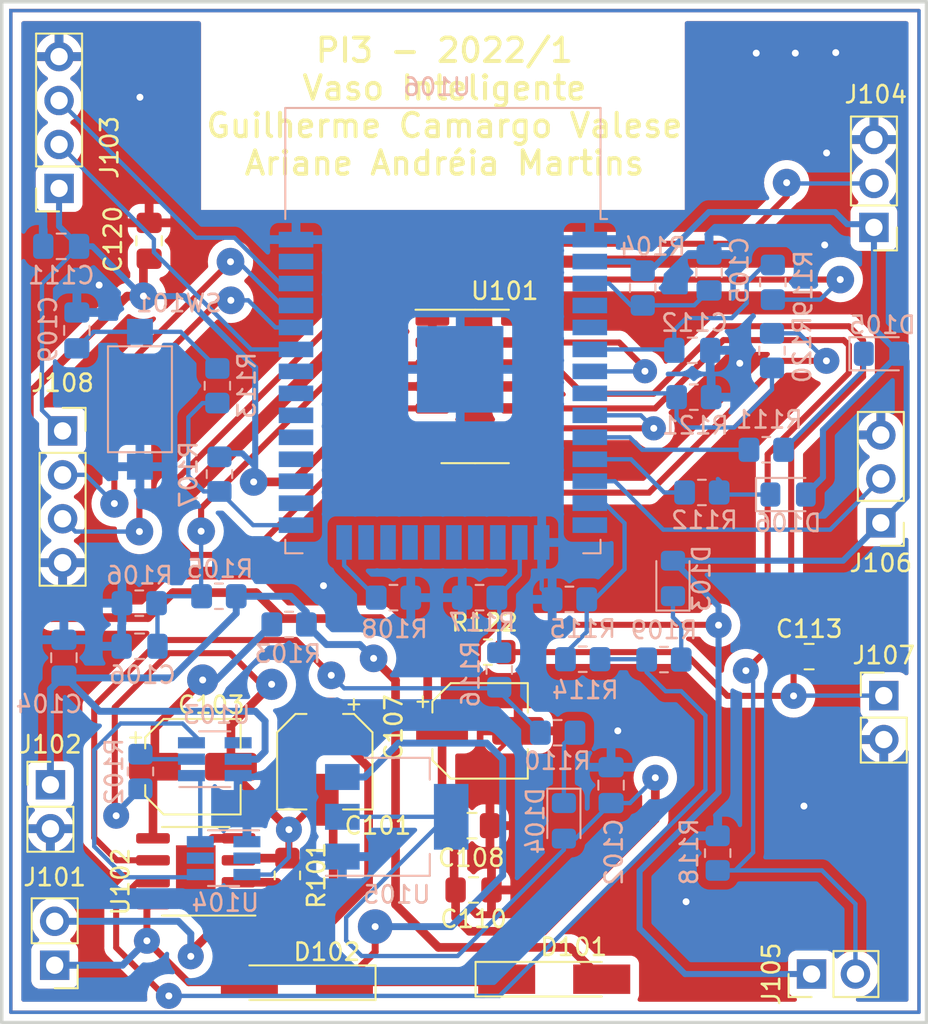
<source format=kicad_pcb>
(kicad_pcb (version 20211014) (generator pcbnew)
  (layers (0 "F.Cu" signal) (31 "B.Cu" signal) (34 "B.Paste" user) (35 "F.Paste" user) (36 "B.SilkS" user "B.Silkscreen") (37 "F.SilkS" user "F.Silkscreen") (38 "B.Mask" user) (39 "F.Mask" user) (44 "Edge.Cuts" user))
  (net 0 "")
  (net 1 "Net-(C101-Pad1)")
  (net 2 "GND1")
  (net 3 "+3V3")
  (net 4 "GND")
  (net 5 "Net-(C103-Pad1)")
  (net 6 "BAT+")
  (net 7 "Net-(C105-Pad2)")
  (net 8 "/VBAT")
  (net 9 "Net-(C109-Pad2)")
  (net 10 "Net-(D101-Pad1)")
  (net 11 "Net-(D103-Pad1)")
  (net 12 "Net-(D104-Pad1)")
  (net 13 "Net-(D105-Pad1)")
  (net 14 "Net-(D106-Pad1)")
  (net 15 "/SDA")
  (net 16 "/SCL")
  (net 17 "Net-(R101-Pad2)")
  (net 18 "Net-(R102-Pad2)")
  (net 19 "/IO0")
  (net 20 "Net-(R108-Pad1)")
  (net 21 "/CHRG")
  (net 22 "/STDBY")
  (net 23 "/ST")
  (net 24 "/LED4")
  (net 25 "/VBAT_ADC")
  (net 26 "Net-(C113-Pad2)")
  (net 27 "Net-(J104-Pad2)")
  (net 28 "Net-(J105-Pad2)")
  (net 29 "/CHG")
  (net 30 "/STDB")
  (net 31 "Net-(R119-Pad1)")
  (net 32 "Net-(R120-Pad1)")
  (net 33 "/ADC_EXT")
  (net 34 "/LUX_ADC")
  (net 35 "/IN1")
  (net 36 "/SENS_SOLO")
  (net 37 "Net-(U103-Pad1)")
  (net 38 "Net-(U103-Pad3)")
  (net 44 "/IN2")
  (net 58 "/RX")
  (net 59 "/TX")
  (net 61 "/DHT")
  (footprint "Connector_PinHeader_2.54mm:PinHeader_1x02_P2.54mm_Vertical" (layer "F.Cu") (at 27.6175 114.1)
    (fp_text reference "J102")
    (fp_text value "BAT")
  )
  (footprint "Capacitor_SMD:C_0805_2012Metric_Pad1.18x1.45mm_HandSolder" (layer "F.Cu") (at 52.0125 116.4625)
    (fp_text reference "C108")
    (fp_text value "100nF")
  )
  (footprint "Capacitor_SMD:CP_Elec_5x3" (layer "F.Cu") (at 52.48 110.9825)
    (fp_text reference "C107")
    (fp_text value "10uF")
  )
  (footprint "Connector_PinHeader_2.54mm:PinHeader_1x02_P2.54mm_Vertical" (layer "F.Cu") (at 27.8655 124.531 180)
    (fp_text reference "J101")
    (fp_text value "VIN")
  )
  (footprint "Package_SO:SOIC-8-1EP_3.9x4.9mm_P1.27mm_EP2.29x3mm" (layer "F.Cu") (at 36.0275 119.1 180)
    (fp_text reference "U102")
    (fp_text value "TP4056")
  )
  (footprint "Connector_PinHeader_2.54mm:PinHeader_1x02_P2.54mm_Vertical" (layer "F.Cu") (at 71.6575 125.04 90)
    (fp_text reference "J105")
    (fp_text value "VIN")
  )
  (footprint "Connector_PinHeader_2.54mm:PinHeader_1x02_P2.54mm_Vertical" (layer "F.Cu") (at 75.8375 108.945)
    (fp_text reference "J107")
    (fp_text value "solo")
  )
  (footprint "Resistor_SMD:R_0805_2012Metric_Pad1.20x1.40mm_HandSolder" (layer "F.Cu") (at 52.9275 106.43)
    (fp_text reference "R122")
    (fp_text value "12K")
  )
  (footprint "Resistor_SMD:R_0805_2012Metric_Pad1.20x1.40mm_HandSolder" (layer "F.Cu") (at 41.3275 119.34 -90)
    (fp_text reference "R101")
    (fp_text value "10k")
  )
  (footprint "Diode_SMD:D_MiniMELF_Handsoldering" (layer "F.Cu") (at 41.8795 125.542 180)
    (fp_text reference "D102")
    (fp_text value "M7")
  )
  (footprint "Connector_PinSocket_2.54mm:PinSocket_1x04_P2.54mm_Vertical" (layer "F.Cu") (at 28.1175 79.62 180)
    (fp_text reference "J103")
    (fp_text value "DISPLAY")
  )
  (footprint "Package_SO:SOIC-14_3.9x8.7mm_P1.27mm" (layer "F.Cu") (at 52.1925 91.07)
    (fp_text reference "U101")
    (fp_text value "LM324")
  )
  (footprint "Connector_PinSocket_2.54mm:PinSocket_1x04_P2.54mm_Vertical" (layer "F.Cu") (at 28.3225 93.64)
    (fp_text reference "J108")
    (fp_text value "TX_RX")
  )
  (footprint "Capacitor_SMD:C_0805_2012Metric_Pad1.18x1.45mm_HandSolder" (layer "F.Cu") (at 33.3275 82.65 -90)
    (fp_text reference "C120")
    (fp_text value "100nF")
  )
  (footprint "Capacitor_SMD:CP_Elec_5x3" (layer "F.Cu") (at 35.8625 113.055)
    (fp_text reference "C103")
    (fp_text value "10uF")
  )
  (footprint "Diode_SMD:D_MiniMELF_Handsoldering" (layer "F.Cu") (at 56.7675 125.34)
    (fp_text reference "D101")
    (fp_text value "M7")
  )
  (footprint "Connector_PinHeader_2.54mm:PinHeader_1x03_P2.54mm_Vertical" (layer "F.Cu") (at 75.6675 98.955 180)
    (fp_text reference "J106")
    (fp_text value "SENSOR_DHT")
  )
  (footprint "Capacitor_SMD:CP_Elec_5x3" (layer "F.Cu") (at 43.4925 112.765 -90)
    (fp_text reference "C101")
    (fp_text value "10uF")
  )
  (footprint "Capacitor_SMD:C_0805_2012Metric_Pad1.18x1.45mm_HandSolder" (layer "F.Cu") (at 71.5175 106.69 180)
    (fp_text reference "C113")
    (fp_text value "100nF")
  )
  (footprint "Capacitor_SMD:C_0805_2012Metric_Pad1.18x1.45mm_HandSolder" (layer "F.Cu") (at 52.1 120.18 180)
    (fp_text reference "C110")
    (fp_text value "100nF")
  )
  (footprint "Connector_PinHeader_2.54mm:PinHeader_1x03_P2.54mm_Vertical" (layer "F.Cu") (at 75.2675 81.875 180)
    (fp_text reference "J104")
    (fp_text value "EXT")
  )
  (footprint "Capacitor_SMD:C_0805_2012Metric_Pad1.18x1.45mm_HandSolder" (layer "B.Cu") (at 65.7275 84.4825 -90)
    (fp_text reference "C105")
    (fp_text value "100nF")
  )
  (footprint "Resistor_SMD:R_0805_2012Metric_Pad1.20x1.40mm_HandSolder" (layer "B.Cu") (at 66.2275 118.05 90)
    (fp_text reference "R118")
    (fp_text value "12K")
  )
  (footprint "Resistor_SMD:R_0805_2012Metric_Pad1.20x1.40mm_HandSolder" (layer "B.Cu") (at 32.7575 103.6 180)
    (fp_text reference "R106")
    (fp_text value "R")
  )
  (footprint "Resistor_SMD:R_0805_2012Metric_Pad1.20x1.40mm_HandSolder" (layer "B.Cu") (at 69.4175 85.05 90)
    (fp_text reference "R119")
    (fp_text value "12K")
  )
  (footprint "Capacitor_SMD:C_0805_2012Metric_Pad1.18x1.45mm_HandSolder" (layer "B.Cu") (at 60.0575 114.12 90)
    (fp_text reference "C102")
    (fp_text value "100nF")
  )
  (footprint "Resistor_SMD:R_0805_2012Metric_Pad1.20x1.40mm_HandSolder" (layer "B.Cu") (at 47.4675 103.28)
    (fp_text reference "R108")
    (fp_text value "4k7")
  )
  (footprint "Resistor_SMD:R_0805_2012Metric_Pad1.20x1.40mm_HandSolder" (layer "B.Cu") (at 32.8275 113.33 90)
    (fp_text reference "R102")
    (fp_text value "1k")
  )
  (footprint "Capacitor_SMD:C_0805_2012Metric_Pad1.18x1.45mm_HandSolder" (layer "B.Cu") (at 32.775 106.09 180)
    (fp_text reference "C106")
    (fp_text value "100nF")
  )
  (footprint "Resistor_SMD:R_0805_2012Metric_Pad1.20x1.40mm_HandSolder" (layer "B.Cu") (at 37.3675 103.2 180)
    (fp_text reference "R105")
    (fp_text value "R")
  )
  (footprint "Capacitor_SMD:C_0805_2012Metric_Pad1.18x1.45mm_HandSolder" (layer "B.Cu") (at 29.1475 87.83 -90)
    (fp_text reference "C109")
    (fp_text value "1nF")
  )
  (footprint "Capacitor_SMD:C_0805_2012Metric_Pad1.18x1.45mm_HandSolder" (layer "B.Cu") (at 28.24 82.97)
    (fp_text reference "C111")
    (fp_text value "100nF")
  )
  (footprint "Resistor_SMD:R_0805_2012Metric_Pad1.20x1.40mm_HandSolder" (layer "B.Cu") (at 64.8475 91.69 180)
    (fp_text reference "R121")
    (fp_text value "0R")
  )
  (footprint "Button_Switch_SMD:SW_SPST_CK_RS282G05A3" (layer "B.Cu") (at 32.7975 91.81 90)
    (fp_text reference "SW101")
    (fp_text value "BOOT")
  )
  (footprint "Package_TO_SOT_SMD:SOT-23-6_Handsoldering" (layer "B.Cu") (at 37.6375 118.34 180)
    (fp_text reference "U104")
    (fp_text value "FS8205A")
  )
  (footprint "LED_SMD:LED_0805_2012Metric_Pad1.15x1.40mm_HandSolder" (layer "B.Cu") (at 70.3025 97.32)
    (fp_text reference "D106")
    (fp_text value "LED4")
  )
  (footprint "LED_SMD:LED_0805_2012Metric_Pad1.15x1.40mm_HandSolder" (layer "B.Cu") (at 63.6375 102.1675 90)
    (fp_text reference "D103")
    (fp_text value "LED1")
  )
  (footprint "Resistor_SMD:R_0805_2012Metric_Pad1.20x1.40mm_HandSolder" (layer "B.Cu") (at 58.4175 106.84 180)
    (fp_text reference "R114")
    (fp_text value "R")
  )
  (footprint "Resistor_SMD:R_0805_2012Metric_Pad1.20x1.40mm_HandSolder" (layer "B.Cu") (at 37.3975 96.14 -90)
    (fp_text reference "R107")
    (fp_text value "4k7")
  )
  (footprint "Resistor_SMD:R_0805_2012Metric_Pad1.20x1.40mm_HandSolder" (layer "B.Cu") (at 57.6475 103.38 180)
    (fp_text reference "R115")
    (fp_text value "R")
  )
  (footprint "Resistor_SMD:R_0805_2012Metric_Pad1.20x1.40mm_HandSolder" (layer "B.Cu") (at 63.1175 106.86 180)
    (fp_text reference "R109")
    (fp_text value "R")
  )
  (footprint "Resistor_SMD:R_0805_2012Metric_Pad1.20x1.40mm_HandSolder" (layer "B.Cu") (at 52.4475 103.28 180)
    (fp_text reference "R117")
    (fp_text value "R")
  )
  (footprint "Resistor_SMD:R_0805_2012Metric_Pad1.20x1.40mm_HandSolder" (layer "B.Cu") (at 61.8875 85.38 -90)
    (fp_text reference "R104")
    (fp_text value "12K")
  )
  (footprint "Resistor_SMD:R_0805_2012Metric_Pad1.20x1.40mm_HandSolder" (layer "B.Cu") (at 65.3125 97.2 180)
    (fp_text reference "R112")
    (fp_text value "R")
  )
  (footprint "Resistor_SMD:R_0805_2012Metric_Pad1.20x1.40mm_HandSolder" (layer "B.Cu") (at 37.2775 91.03 -90)
    (fp_text reference "R113")
    (fp_text value "470")
  )
  (footprint "LED_SMD:LED_0805_2012Metric_Pad1.15x1.40mm_HandSolder" (layer "B.Cu") (at 75.7075 89.18)
    (fp_text reference "D105")
    (fp_text value "LED3")
  )
  (footprint "Package_TO_SOT_SMD:SOT-223-3_TabPin2" (layer "B.Cu") (at 47.6575 115.95)
    (fp_text reference "U105")
    (fp_text value "AMS1117-3.3")
  )
  (footprint "RF_Module:ESP32-WROOM-32" (layer "B.Cu") (at 50.3275 90.835 180)
    (fp_text reference "U106")
    (fp_text value "ESP32-WROOM-32")
  )
  (footprint "Capacitor_SMD:C_0805_2012Metric_Pad1.18x1.45mm_HandSolder" (layer "B.Cu") (at 64.755 88.98 180)
    (fp_text reference "C112")
    (fp_text value "100nF")
  )
  (footprint "Resistor_SMD:R_0805_2012Metric_Pad1.20x1.40mm_HandSolder" (layer "B.Cu") (at 41.4275 104.83 180)
    (fp_text reference "R103")
    (fp_text value "100")
  )
  (footprint "Package_TO_SOT_SMD:SOT-23-6_Handsoldering" (layer "B.Cu") (at 37.1275 112.62)
    (fp_text reference "U103")
    (fp_text value "DW01")
  )
  (footprint "Capacitor_SMD:C_0805_2012Metric_Pad1.18x1.45mm_HandSolder" (layer "B.Cu") (at 28.3975 106.7525 90)
    (fp_text reference "C104")
    (fp_text value "100nF")
  )
  (footprint "Resistor_SMD:R_0805_2012Metric_Pad1.20x1.40mm_HandSolder" (layer "B.Cu") (at 69.3675 89 -90)
    (fp_text reference "R120")
    (fp_text value "OPEN")
  )
  (footprint "Resistor_SMD:R_0805_2012Metric_Pad1.20x1.40mm_HandSolder" (layer "B.Cu") (at 69.0375 94.73 180)
    (fp_text reference "R111")
    (fp_text value "R")
  )
  (footprint "Resistor_SMD:R_0805_2012Metric_Pad1.20x1.40mm_HandSolder" (layer "B.Cu") (at 56.9675 111.09 180)
    (fp_text reference "R110")
    (fp_text value "R")
  )
  (footprint "Resistor_SMD:R_0805_2012Metric_Pad1.20x1.40mm_HandSolder" (layer "B.Cu") (at 53.5875 107.46 90)
    (fp_text reference "R116")
    (fp_text value "R")
  )
  (footprint "LED_SMD:LED_0805_2012Metric_Pad1.15x1.40mm_HandSolder" (layer "B.Cu") (at 57.3275 116.185 -90)
    (fp_text reference "D104")
    (fp_text value "LED2")
  )
  (gr_rect (start 25.3255 69.342) (end 77.8755 127.252) (layer "F.Cu") (width 0.2) (fill none))
  (gr_rect (start 25.3255 127.252) (end 77.8755 69.342) (layer "B.Cu") (width 0.2) (fill none))
  (gr_rect (start 24.8 68.828) (end 78.308 127.844) (layer "Edge.Cuts") (width 0.2) (fill none))
  (gr_text "PI3 - 2022/1\nVaso Inteligente\nGuilherme Camargo Valese\nAriane Andréia Martins" (at 50.4175 74.9) (layer "F.SilkS") (effects (font (size 1.35 1.35) (thickness 0.23))))
  (segment (start 37.0125 117.195) (end 36.0275 118.18) (width 0.5) (layer "F.Cu") (net 1))
  (segment (start 46.0275 119.89) (end 42.6615 123.256) (width 0.5) (layer "F.Cu") (net 1))
  (segment (start 41.4155 123.256) (end 39.1295 125.542) (width 0.5) (layer "F.Cu") (net 1))
  (segment (start 36.0275 119.1) (end 36.0275 120.48) (width 0.25) (layer "F.Cu") (net 1))
  (segment (start 46.0275 113.1) (end 46.0275 119.89) (width 0.5) (layer "F.Cu") (net 1))
  (segment (start 33.1995 123.12) (end 33.1995 121.358) (width 0.4) (layer "F.Cu") (net 1))
  (segment (start 35.5025 121.005) (end 33.5525 121.005) (width 0.5) (layer "F.Cu") (net 1))
  (segment (start 38.5025 117.195) (end 37.0125 117.195) (width 0.5) (layer "F.Cu") (net 1))
  (segment (start 42.9325 110.565) (end 43.4925 110.565) (width 0.25) (layer "F.Cu") (net 1))
  (segment (start 36.0275 118.18) (end 36.0275 119.1) (width 0.25) (layer "F.Cu") (net 1))
  (segment (start 33.1995 123.12) (end 35.6215 125.542) (width 0.4) (layer "F.Cu") (net 1))
  (segment (start 43.4925 110.565) (end 46.0275 113.1) (width 0.5) (layer "F.Cu") (net 1))
  (segment (start 36.0275 120.48) (end 35.5025 121.005) (width 0.5) (layer "F.Cu") (net 1))
  (segment (start 35.6215 125.542) (end 39.1295 125.542) (width 0.4) (layer "F.Cu") (net 1))
  (segment (start 33.1995 121.358) (end 33.5525 121.005) (width 0.25) (layer "F.Cu") (net 1))
  (segment (start 42.6615 123.256) (end 41.4155 123.256) (width 0.5) (layer "F.Cu") (net 1))
  (via (at 33.1995 123.12) (size 1.5) (drill 0.4) (layers "F.Cu" "B.Cu") (net 1))
  (segment (start 31.7885 124.531) (end 33.1995 123.12) (width 0.4) (layer "B.Cu") (net 1))
  (segment (start 27.8655 124.531) (end 31.7885 124.531) (width 0.4) (layer "B.Cu") (net 1))
  (segment (start 38.0625 113.055) (end 38.0625 110.645) (width 0.5) (layer "F.Cu") (net 2))
  (segment (start 38.0625 110.645) (end 40.4175 108.29) (width 0.5) (layer "F.Cu") (net 2))
  (segment (start 31.3395 109.622) (end 31.3395 115.808) (width 0.35) (layer "F.Cu") (net 2))
  (segment (start 41.3275 118.34) (end 38.6275 118.34) (width 0.5) (layer "F.Cu") (net 2))
  (segment (start 41.4175 116.69) (end 38.0625 113.335) (width 0.5) (layer "F.Cu") (net 2))
  (segment (start 38.5025 121.005) (end 39.6175 122.12) (width 0.5) (layer "F.Cu") (net 2))
  (segment (start 42.2475 122.12) (end 43.9775 120.39) (width 0.5) (layer "F.Cu") (net 2))
  (segment (start 41.4175 116.69) (end 43.1425 114.965) (width 0.4) (layer "F.Cu") (net 2))
  (segment (start 41.4175 118.25) (end 41.3275 118.34) (width 0.25) (layer "F.Cu") (net 2))
  (segment (start 38.5025 121.005) (end 35.7395 123.768) (width 0.5) (layer "F.Cu") (net 2))
  (segment (start 34.4695 106.492) (end 38.0155 106.492) (width 0.35) (layer "F.Cu") (net 2))
  (segment (start 43.4925 114.965) (end 43.4925 116.175) (width 0.25) (layer "F.Cu") (net 2))
  (segment (start 39.8135 108.29) (end 38.0155 106.492) (width 0.35) (layer "F.Cu") (net 2))
  (segment (start 40.4175 108.29) (end 39.8135 108.29) (width 0.25) (layer "F.Cu") (net 2))
  (segment (start 31.3395 115.808) (end 31.4215 115.89) (width 0.35) (layer "F.Cu") (net 2))
  (segment (start 38.6275 118.34) (end 38.5025 118.465) (width 0.25) (layer "F.Cu") (net 2))
  (segment (start 31.3395 109.622) (end 34.4695 106.492) (width 0.35) (layer "F.Cu") (net 2))
  (segment (start 41.4175 116.69) (end 41.4175 118.25) (width 0.4) (layer "F.Cu") (net 2))
  (segment (start 35.7395 123.768) (end 35.7395 124.018) (width 0.25) (layer "F.Cu") (net 2))
  (segment (start 39.6175 122.12) (end 42.2475 122.12) (width 0.5) (layer "F.Cu") (net 2))
  (segment (start 43.1425 114.965) (end 43.4925 114.965) (width 0.25) (layer "F.Cu") (net 2))
  (segment (start 38.0625 113.335) (end 38.0625 113.055) (width 0.25) (layer "F.Cu") (net 2))
  (segment (start 43.9775 120.39) (end 43.9775 115.45) (width 0.5) (layer "F.Cu") (net 2))
  (segment (start 43.9775 115.45) (end 43.4925 114.965) (width 0.25) (layer "F.Cu") (net 2))
  (via (at 41.4175 116.69) (size 1.5) (drill 0.4) (layers "F.Cu" "B.Cu") (net 2))
  (via (at 40.4175 108.29) (size 1.8) (drill 0.4) (layers "F.Cu" "B.Cu") (net 2))
  (via (at 31.4215 115.89) (size 1.5) (drill 0.4) (layers "F.Cu" "B.Cu") (net 2))
  (via (at 35.7395 124.018) (size 1.5) (drill 0.4) (layers "F.Cu" "B.Cu") (net 2))
  (segment (start 41.4175 118.29) (end 41.4175 116.69) (width 0.25) (layer "B.Cu") (net 2))
  (segment (start 35.7395 122.712) (end 35.7395 124.018) (width 0.4) (layer "B.Cu") (net 2))
  (segment (start 31.4215 115.89) (end 31.4215 115.736) (width 0.25) (layer "B.Cu") (net 2))
  (segment (start 31.4215 115.736) (end 32.8275 114.33) (width 0.35) (layer "B.Cu") (net 2))
  (segment (start 31.4215 115.636) (end 31.4215 115.89) (width 0.25) (layer "B.Cu") (net 2))
  (segment (start 27.8655 121.991) (end 33.9165 121.991) (width 0.4) (layer "B.Cu") (net 2))
  (segment (start 38.9875 119.29) (end 40.4175 119.29) (width 0.25) (layer "B.Cu") (net 2))
  (segment (start 33.9165 121.991) (end 35.0185 121.991) (width 0.4) (layer "B.Cu") (net 2))
  (segment (start 40.4175 108.29) (end 40.9175 108.79) (width 0.25) (layer "B.Cu") (net 2))
  (segment (start 35.0185 121.991) (end 35.7395 122.712) (width 0.4) (layer "B.Cu") (net 2))
  (segment (start 40.4175 119.29) (end 41.4175 118.29) (width 0.25) (layer "B.Cu") (net 2))
  (segment (start 51.0625 121.765) (end 51.8675 122.57) (width 0.5) (layer "F.Cu") (net 3))
  (segment (start 51.8675 122.57) (end 56.1375 122.57) (width 0.5) (layer "F.Cu") (net 3))
  (segment (start 62.3675 116.34) (end 62.4675 116.24) (width 0.5) (layer "F.Cu") (net 3))
  (segment (start 34.7072 102.99) (end 33.2622 104.435) (width 0.5) (layer "F.Cu") (net 3))
  (segment (start 51.9275 106.43) (end 50.2375 106.43) (width 0.5) (layer "F.Cu") (net 3))
  (segment (start 51.0625 120.18) (end 51.0625 121.765) (width 0.5) (layer "F.Cu") (net 3))
  (segment (start 32.0575 85.85) (end 32.9975 85.85) (width 0.5) (layer "F.Cu") (net 3))
  (segment (start 49.4475 110.15) (end 50.28 110.9825) (width 0.25) (layer "F.Cu") (net 3))
  (segment (start 33.2622 104.435) (end 27.6725 104.435) (width 0.5) (layer "F.Cu") (net 3))
  (segment (start 50.2375 106.43) (end 49.4475 107.22) (width 0.5) (layer "F.Cu") (net 3))
  (segment (start 50.28 115.7675) (end 50.28 110.9825) (width 0.5) (layer "F.Cu") (net 3))
  (segment (start 41.0175 104.49) (end 39.5175 102.99) (width 0.5) (layer "F.Cu") (net 3))
  (segment (start 27.6725 104.435) (end 26.3975 103.16) (width 0.5) (layer "F.Cu") (net 3))
  (segment (start 51.9275 106.43) (end 53.5075 104.85) (width 0.35) (layer "F.Cu") (net 3))
  (segment (start 41.6275 96.59) (end 39.3775 96.59) (width 0.5) (layer "F.Cu") (net 3))
  (segment (start 26.3975 91.51) (end 32.0575 85.85) (width 0.5) (layer "F.Cu") (net 3))
  (segment (start 47.1475 91.07) (end 41.6275 96.59) (width 0.5) (layer "F.Cu") (net 3))
  (segment (start 50.975 116.4625) (end 50.975 120.0925) (width 0.5) (layer "F.Cu") (net 3))
  (segment (start 39.5175 102.99) (end 34.7072 102.99) (width 0.5) (layer "F.Cu") (net 3))
  (segment (start 26.3975 103.16) (end 26.3975 91.51) (width 0.5) (layer "F.Cu") (net 3))
  (segment (start 32.9975 84.0175) (end 33.3275 83.6875) (width 0.25) (layer "F.Cu") (net 3))
  (segment (start 46.7175 104.49) (end 41.0175 104.49) (width 0.5) (layer "F.Cu") (net 3))
  (segment (start 66.2575 104.85) (end 66.2775 104.87) (width 0.25) (layer "F.Cu") (net 3))
  (segment (start 62.6175 113.69) (end 62.6175 116.09) (width 0.5) (layer "F.Cu") (net 3))
  (segment (start 49.7175 91.07) (end 47.1475 91.07) (width 0.5) (layer "F.Cu") (net 3))
  (segment (start 62.6175 116.09) (end 62.3675 116.34) (width 0.5) (layer "F.Cu") (net 3))
  (segment (start 49.4475 107.22) (end 49.4475 110.15) (width 0.5) (layer "F.Cu") (net 3))
  (segment (start 56.1375 122.57) (end 62.3675 116.34) (width 0.5) (layer "F.Cu") (net 3))
  (segment (start 50.975 120.0925) (end 51.0625 120.18) (width 0.25) (layer "F.Cu") (net 3))
  (segment (start 32.9975 85.85) (end 32.9975 84.0175) (width 0.5) (layer "F.Cu") (net 3))
  (segment (start 53.5075 104.85) (end 66.2575 104.85) (width 0.35) (layer "F.Cu") (net 3))
  (segment (start 50.975 116.4625) (end 50.28 115.7675) (width 0.5) (layer "F.Cu") (net 3))
  (segment (start 49.4475 107.22) (end 46.7175 104.49) (width 0.5) (layer "F.Cu") (net 3))
  (via (at 39.3775 96.59) (size 1.6) (drill 0.4) (layers "F.Cu" "B.Cu") (net 3))
  (via (at 62.6175 113.69) (size 1.5) (drill 0.4) (layers "F.Cu" "B.Cu") (net 3))
  (via (at 32.9975 85.85) (size 1.6) (drill 0.4) (layers "F.Cu" "B.Cu") (net 3))
  (via (at 66.2775 104.87) (size 1.5) (drill 0.4) (layers "F.Cu" "B.Cu") (net 3))
  (segment (start 71.6575 125.04) (end 64.3375 125.04) (width 0.35) (layer "B.Cu") (net 3))
  (segment (start 39.4675 89.98) (end 35.3375 85.85) (width 0.35) (layer "B.Cu") (net 3))
  (segment (start 75.2675 81.875) (end 75.0825 81.69) (width 0.25) (layer "B.Cu") (net 3))
  (segment (start 60.0575 115.1575) (end 58.005 117.21) (width 0.25) (layer "B.Cu") (net 3))
  (segment (start 66.2775 114.52) (end 61.7075 119.09) (width 0.35) (layer "B.Cu") (net 3))
  (segment (start 75.2675 87.715) (end 75.2675 81.875) (width 0.35) (layer "B.Cu") (net 3))
  (segment (start 66.2775 103.7825) (end 63.6375 101.1425) (width 0.35) (layer "B.Cu") (net 3))
  (segment (start 51.1775 124) (end 45.6275 124) (width 0.25) (layer "B.Cu") (net 3))
  (segment (start 76.7325 89.18) (end 75.2675 87.715) (width 0.35) (layer "B.Cu") (net 3))
  (segment (start 58.005 117.21) (end 57.3275 117.21) (width 0.25) (layer "B.Cu") (net 3))
  (segment (start 58.8275 83.85) (end 61.3575 83.85) (width 0.35) (layer "B.Cu") (net 3))
  (segment (start 39.4675 89.98) (end 39.4675 96.5) (width 0.35) (layer "B.Cu") (net 3))
  (segment (start 39.4675 96.5) (end 39.3775 96.59) (width 0.25) (layer "B.Cu") (net 3))
  (segment (start 71.3275 97.32) (end 72.3175 96.33) (width 0.35) (layer "B.Cu") (net 3))
  (segment (start 44.7275 121.77) (end 50.5475 115.95) (width 0.25) (layer "B.Cu") (net 3))
  (segment (start 32.9975 85.85) (end 32.9275 85.85) (width 0.25) (layer "B.Cu") (net 3))
  (segment (start 72.3175 93.595) (end 76.7325 89.18) (width 0.35) (layer "B.Cu") (net 3))
  (segment (start 28.1175 81.81) (end 28.1175 79.62) (width 0.35) (layer "B.Cu") (net 3))
  (segment (start 61.3575 83.85) (end 61.8875 84.38) (width 0.25) (layer "B.Cu") (net 3))
  (segment (start 77.1575 89.605) (end 76.7325 89.18) (width 0.25) (layer "B.Cu") (net 3))
  (segment (start 28.3225 93.64) (end 27.1275 92.445) (width 0.25) (layer "B.Cu") (net 3))
  (segment (start 50.8075 115.95) (end 44.5075 115.95) (width 0.25) (layer "B.Cu") (net 3))
  (segment (start 39.3775 95.6) (end 38.7175 94.94) (width 0.35) (layer "B.Cu") (net 3))
  (segment (start 75.0825 82.06) (end 75.2675 81.875) (width 0.25) (layer "B.Cu") (net 3))
  (segment (start 75.6675 98.955) (end 77.1575 97.465) (width 0.35) (layer "B.Cu") (net 3))
  (segment (start 62.3275 84.38) (end 61.8875 84.38) (width 0.25) (layer "B.Cu") (net 3))
  (segment (start 57.3275 117.85) (end 51.1775 124) (width 0.25) (layer "B.Cu") (net 3))
  (segment (start 44.7275 123.1) (end 44.7275 121.77) (width 0.25) (layer "B.Cu") (net 3))
  (segment (start 63.6375 101.1425) (end 73.48 101.1425) (width 0.35) (layer "B.Cu") (net 3))
  (segment (start 73.48 101.1425) (end 75.6675 98.955) (width 0.35) (layer "B.Cu") (net 3))
  (segment (start 73.7175 81.69) (end 73.0175 80.99) (width 0.35) (layer "B.Cu") (net 3))
  (segment (start 64.3375 125.04) (end 61.7075 122.41) (width 0.35) (layer "B.Cu") (net 3))
  (segment (start 61.7075 122.41) (end 61.7075 119.09) (width 0.35) (layer "B.Cu") (net 3))
  (segment (start 72.3175 96.33) (end 72.3175 93.595) (width 0.35) (layer "B.Cu") (net 3))
  (segment (start 45.6275 124) (end 44.7275 123.1) (width 0.25) (layer "B.Cu") (net 3))
  (segment (start 66.2775 104.87) (end 66.2775 114.52) (width 0.35) (layer "B.Cu") (net 3))
  (segment (start 32.9975 85.85) (end 33.2275 86.08) (width 0.25) (layer "B.Cu") (net 3))
  (segment (start 30.0475 82.97) (end 29.2775 82.97) (width 0.35) (layer "B.Cu") (net 3))
  (segment (start 65.7175 80.99) (end 62.3275 84.38) (width 0.35) (layer "B.Cu") (net 3))
  (segment (start 50.5475 115.95) (end 50.8075 115.95) (width 0.25) (layer "B.Cu") (net 3))
  (segment (start 60.0575 115.1575) (end 61.15 115.1575) (width 0.25) (layer "B.Cu") (net 3))
  (segment (start 66.2775 104.87) (end 66.2775 103.7825) (width 0.35) (layer "B.Cu") (net 3))
  (segment (start 73.0175 80.99) (end 65.7175 80.99) (width 0.35) (layer "B.Cu") (net 3))
  (segment (start 38.7175 94.94) (end 37.5975 94.94) (width 0.35) (layer "B.Cu") (net 3))
  (segment (start 27.1275 85.12) (end 29.2775 82.97) (width 0.25) (layer "B.Cu") (net 3))
  (segment (start 75.0825 81.69) (end 73.7175 81.69) (width 0.35) (layer "B.Cu") (net 3))
  (segment (start 32.9275 85.85) (end 30.0475 82.97) (width 0.35) (layer "B.Cu") (net 3))
  (segment (start 37.5975 94.94) (end 37.3975 95.14) (width 0.25) (layer "B.Cu") (net 3))
  (segment (start 35.3375 85.85) (end 32.9975 85.85) (width 0.35) (layer "B.Cu") (net 3))
  (segment (start 29.2775 82.97) (end 28.1175 81.81) (width 0.35) (layer "B.Cu") (net 3))
  (segment (start 27.1275 92.445) (end 27.1275 85.12) (width 0.25) (layer "B.Cu") (net 3))
  (segment (start 57.3275 117.21) (end 57.3275 117.85) (width 0.25) (layer "B.Cu") (net 3))
  (segment (start 39.3775 96.59) (end 39.3775 95.6) (width 0.25) (layer "B.Cu") (net 3))
  (segment (start 77.1575 97.465) (end 77.1575 89.605) (width 0.35) (layer "B.Cu") (net 3))
  (segment (start 61.15 115.1575) (end 62.6175 113.69) (width 0.25) (layer "B.Cu") (net 3))
  (segment (start 53.05 112.6125) (end 54.68 110.9825) (width 0.25) (layer "F.Cu") (net 4))
  (segment (start 53.1375 116.55) (end 53.05 116.4625) (width 0.25) (layer "F.Cu") (net 4))
  (segment (start 57.96 110.9825) (end 54.68 110.9825) (width 0.25) (layer "F.Cu") (net 4))
  (segment (start 72.5875 77.63) (end 72.5275 77.57) (width 0.25) (layer "F.Cu") (net 4))
  (segment (start 57.9875 111.01) (end 57.96 110.9825) (width 0.25) (layer "F.Cu") (net 4))
  (segment (start 53.1375 120.18) (end 53.1375 116.55) (width 0.25) (layer "F.Cu") (net 4))
  (segment (start 53.05 116.4625) (end 53.05 112.6125) (width 0.25) (layer "F.Cu") (net 4))
  (via (at 30.4375 85.21) (size 1) (drill 0.4) (layers "F.Cu" "B.Cu") (net 4))
  (via (at 72.5275 77.57) (size 1) (drill 0.4) (layers "F.Cu" "B.Cu") (net 4))
  (via (at 68.4575 71.8) (size 1) (drill 0.4) (layers "F.Cu" "B.Cu") (net 4))
  (via (at 71.2175 115.33) (size 1.5) (drill 0.4) (layers "F.Cu" "B.Cu") (net 4))
  (via (at 43.4175 102.59) (size 1.4) (drill 0.4) (layers "F.Cu" "B.Cu") (net 4))
  (via (at 73.0575 71.77) (size 1) (drill 0.4) (layers "F.Cu" "B.Cu") (net 4))
  (via (at 67.50449 89.73) (size 1.3) (drill 0.4) (layers "F.Cu" "B.Cu") (net 4))
  (via (at 64.3975 120.86) (size 1.8) (drill 0.4) (layers "F.Cu" "B.Cu") (net 4))
  (via (at 70.7175 71.8) (size 1) (drill 0.4) (layers "F.Cu" "B.Cu") (net 4))
  (via (at 32.7975 74.35) (size 2) (drill 0.4) (layers "F.Cu" "B.Cu") (net 4))
  (via (at 60.4475 110.98) (size 1.5) (drill 0.4) (layers "F.Cu" "B.Cu") (net 4))
  (via (at 72.4175 82.89) (size 1.6) (drill 0.4) (layers "F.Cu" "B.Cu") (net 4))
  (segment (start 72.5275 77.57) (end 73.3025 76.795) (width 0.25) (layer "B.Cu") (net 4))
  (segment (start 56.0425 102.775) (end 56.0425 100.09) (width 0.25) (layer "B.Cu") (net 4))
  (segment (start 28.3975 105.715) (end 28.915 105.715) (width 0.25) (layer "B.Cu") (net 4))
  (segment (start 65.8475 89.035) (end 65.7925 88.98) (width 0.25) (layer "B.Cu") (net 4))
  (segment (start 66.2825 82.89) (end 65.7275 83.445) (width 0.25) (layer "B.Cu") (net 4))
  (segment (start 65.8475 91.69) (end 65.8475 89.035) (width 0.25) (layer "B.Cu") (net 4))
  (segment (start 48.4675 103.28) (end 51.4475 103.28) (width 0.25) (layer "B.Cu") (net 4))
  (segment (start 72.4175 82.89) (end 66.2825 82.89) (width 0.25) (layer "B.Cu") (net 4))
  (segment (start 73.3025 76.795) (end 75.2675 76.795) (width 0.25) (layer "B.Cu") (net 4))
  (segment (start 56.6475 103.38) (end 56.0425 102.775) (width 0.25) (layer "B.Cu") (net 4))
  (segment (start 33.6625 110.805) (end 33.6625 113.055) (width 0.5) (layer "F.Cu") (net 5))
  (segment (start 36.4275 108.04) (end 33.6625 110.805) (width 0.5) (layer "F.Cu") (net 5))
  (segment (start 33.5525 117.195) (end 33.5525 113.165) (width 0.5) (layer "F.Cu") (net 5))
  (segment (start 33.5525 113.165) (end 33.6625 113.055) (width 0.25) (layer "F.Cu") (net 5))
  (via (at 36.4275 108.04) (size 1.8) (drill 0.4) (layers "F.Cu" "B.Cu") (net 5))
  (segment (start 36.4275 108.04) (end 37.2175 108.04) (width 0.25) (layer "B.Cu") (net 5))
  (segment (start 37.2175 108.04) (end 40.4275 104.83) (width 0.4) (layer "B.Cu") (net 5))
  (segment (start 50.0675 123.5) (end 57.6775 123.5) (width 0.5) (layer "F.Cu") (net 6))
  (segment (start 47.5875 108.06) (end 47.5875 121.02) (width 0.5) (layer "F.Cu") (net 6))
  (segment (start 47.5875 121.02) (end 50.0675 123.5) (width 0.5) (layer "F.Cu") (net 6))
  (segment (start 46.3175 106.79) (end 47.5875 108.06) (width 0.5) (layer "F.Cu") (net 6))
  (segment (start 57.6775 123.5) (end 59.5175 125.34) (width 0.5) (layer "F.Cu") (net 6))
  (via (at 46.3175 106.79) (size 1.6) (drill 0.4) (layers "F.Cu" "B.Cu") (net 6))
  (segment (start 42.4275 104.83) (end 43.5875 105.99) (width 0.4) (layer "B.Cu") (net 6))
  (segment (start 38.3675 103.2) (end 38.3675 104.19) (width 0.4) (layer "B.Cu") (net 6))
  (segment (start 38.4775 112.62) (end 39.5875 112.62) (width 0.4) (layer "B.Cu") (net 6))
  (segment (start 39.4775 109.85) (end 30.4575 109.85) (width 0.4) (layer "B.Cu") (net 6))
  (segment (start 27.6175 114.1) (end 27.6175 108.57) (width 0.4) (layer "B.Cu") (net 6))
  (segment (start 43.5875 105.99) (end 45.5175 105.99) (width 0.4) (layer "B.Cu") (net 6))
  (segment (start 34.6375 107.92) (end 28.5275 107.92) (width 0.4) (layer "B.Cu") (net 6))
  (segment (start 38.3675 104.19) (end 34.6375 107.92) (width 0.4) (layer "B.Cu") (net 6))
  (segment (start 27.6175 108.57) (end 28.3975 107.79) (width 0.4) (layer "B.Cu") (net 6))
  (segment (start 28.5275 107.92) (end 28.3975 107.79) (width 0.25) (layer "B.Cu") (net 6))
  (segment (start 39.5875 112.62) (end 40.0375 112.17) (width 0.4) (layer "B.Cu") (net 6))
  (segment (start 41.5175 103.2) (end 42.4275 104.11) (width 0.4) (layer "B.Cu") (net 6))
  (segment (start 40.0375 112.17) (end 40.0375 110.41) (width 0.4) (layer "B.Cu") (net 6))
  (segment (start 38.3675 103.2) (end 41.5175 103.2) (width 0.4) (layer "B.Cu") (net 6))
  (segment (start 45.5175 105.99) (end 46.3175 106.79) (width 0.4) (layer "B.Cu") (net 6))
  (segment (start 40.0375 110.41) (end 39.4775 109.85) (width 0.4) (layer "B.Cu") (net 6))
  (segment (start 30.4575 109.85) (end 28.3975 107.79) (width 0.4) (layer "B.Cu") (net 6))
  (segment (start 42.4275 104.11) (end 42.4275 104.83) (width 0.25) (layer "B.Cu") (net 6))
  (segment (start 61.2075 86.38) (end 61.8875 86.38) (width 0.25) (layer "B.Cu") (net 7))
  (segment (start 58.8275 85.12) (end 59.9475 85.12) (width 0.25) (layer "B.Cu") (net 7))
  (segment (start 59.9475 85.12) (end 61.2075 86.38) (width 0.25) (layer "B.Cu") (net 7))
  (segment (start 65.7275 85.52) (end 64.8675 86.38) (width 0.25) (layer "B.Cu") (net 7))
  (segment (start 64.8675 86.38) (end 61.8875 86.38) (width 0.25) (layer "B.Cu") (net 7))
  (segment (start 44.6475 89.8) (end 36.3375 98.11) (width 0.35) (layer "F.Cu") (net 8))
  (segment (start 49.7175 89.8) (end 44.6475 89.8) (width 0.35) (layer "F.Cu") (net 8))
  (segment (start 36.3375 98.11) (end 36.3375 99.44) (width 0.35) (layer "F.Cu") (net 8))
  (via (at 36.3375 99.44) (size 1.6) (drill 0.4) (layers "F.Cu" "B.Cu") (net 8))
  (segment (start 36.3375 99.44) (end 36.2775 99.5) (width 0.25) (layer "B.Cu") (net 8))
  (segment (start 36.3375 99.44) (end 36.3375 103.17) (width 0.25) (layer "B.Cu") (net 8))
  (segment (start 33.8125 106.09) (end 33.8125 103.655) (width 0.25) (layer "B.Cu") (net 8))
  (segment (start 36.3375 103.17) (end 36.3675 103.2) (width 0.25) (layer "B.Cu") (net 8))
  (segment (start 36.3675 103.2) (end 34.1575 103.2) (width 0.25) (layer "B.Cu") (net 8))
  (segment (start 34.1575 103.2) (end 33.7575 103.6) (width 0.25) (layer "B.Cu") (net 8))
  (segment (start 33.8125 103.655) (end 33.7575 103.6) (width 0.25) (layer "B.Cu") (net 8))
  (segment (start 37.2775 90.03) (end 35.1575 87.91) (width 0.25) (layer "B.Cu") (net 9))
  (segment (start 35.1575 87.91) (end 32.7975 87.91) (width 0.25) (layer "B.Cu") (net 9))
  (segment (start 29.1475 88.8675) (end 30.105 87.91) (width 0.25) (layer "B.Cu") (net 9))
  (segment (start 30.105 87.91) (end 32.7975 87.91) (width 0.25) (layer "B.Cu") (net 9))
  (segment (start 44.6295 125.542) (end 53.8155 125.542) (width 0.4) (layer "F.Cu") (net 10))
  (segment (start 53.8155 125.542) (end 54.0175 125.34) (width 0.4) (layer "F.Cu") (net 10))
  (segment (start 46.4075 123.764) (end 44.6295 125.542) (width 0.4) (layer "F.Cu") (net 10))
  (segment (start 46.4075 122.3) (end 46.4075 123.764) (width 0.4) (layer "F.Cu") (net 10))
  (via (at 46.4075 122.3) (size 2) (drill 0.4) (layers "F.Cu" "B.Cu") (net 10))
  (segment (start 52.8575 111.69) (end 53.7875 112.62) (width 0.4) (layer "B.Cu") (net 10))
  (segment (start 47.7675 111.69) (end 52.8575 111.69) (width 0.4) (layer "B.Cu") (net 10))
  (segment (start 50.8175 122.3) (end 53.7875 119.33) (width 0.4) (layer "B.Cu") (net 10))
  (segment (start 53.7875 112.62) (end 53.7875 119.33) (width 0.4) (layer "B.Cu") (net 10))
  (segment (start 46.4075 122.3) (end 50.8175 122.3) (width 0.4) (layer "B.Cu") (net 10))
  (segment (start 45.8075 113.65) (end 47.7675 111.69) (width 0.4) (layer "B.Cu") (net 10))
  (segment (start 44.5075 113.65) (end 45.8075 113.65) (width 0.4) (layer "B.Cu") (net 10))
  (segment (start 63.6375 103.1925) (end 63.6375 104.41) (width 0.25) (layer "B.Cu") (net 11))
  (segment (start 64.1175 104.89) (end 64.1175 106.86) (width 0.25) (layer "B.Cu") (net 11))
  (segment (start 63.3075 103.5225) (end 63.6375 103.1925) (width 0.25) (layer "B.Cu") (net 11))
  (segment (start 63.6375 104.41) (end 64.1175 104.89) (width 0.25) (layer "B.Cu") (net 11))
  (segment (start 57.3275 115.16) (end 57.3275 111.73) (width 0.25) (layer "B.Cu") (net 12))
  (segment (start 57.3275 111.73) (end 57.9675 111.09) (width 0.25) (layer "B.Cu") (net 12))
  (segment (start 74.6825 90.085) (end 70.0375 94.73) (width 0.25) (layer "B.Cu") (net 13))
  (segment (start 74.6825 89.18) (end 74.6825 90.085) (width 0.25) (layer "B.Cu") (net 13))
  (segment (start 69.2775 97.32) (end 66.4325 97.32) (width 0.25) (layer "B.Cu") (net 14))
  (segment (start 66.3575 96.54) (end 66.2375 96.42) (width 0.25) (layer "B.Cu") (net 14))
  (segment (start 28.1175 77.08) (end 33.6025 82.565) (width 0.25) (layer "B.Cu") (net 15))
  (segment (start 39.2275 88.93) (end 41.8275 88.93) (width 0.25) (layer "B.Cu") (net 15))
  (segment (start 39.2275 88.93) (end 33.6025 83.305) (width 0.25) (layer "B.Cu") (net 15))
  (segment (start 33.6025 82.565) (end 33.6025 83.305) (width 0.25) (layer "B.Cu") (net 15))
  (segment (start 38.2675 82.47) (end 36.0475 82.47) (width 0.25) (layer "B.Cu") (net 16))
  (segment (start 40.9175 85.12) (end 38.2675 82.47) (width 0.25) (layer "B.Cu") (net 16))
  (segment (start 36.0475 82.47) (end 28.1175 74.54) (width 0.25) (layer "B.Cu") (net 16))
  (segment (start 41.8275 85.12) (end 40.9175 85.12) (width 0.25) (layer "B.Cu") (net 16))
  (segment (start 40.7225 119.735) (end 41.3275 120.34) (width 0.5) (layer "F.Cu") (net 17))
  (segment (start 38.5025 119.735) (end 40.7225 119.735) (width 0.5) (layer "F.Cu") (net 17))
  (segment (start 35.7775 112.62) (end 33.1175 112.62) (width 0.25) (layer "B.Cu") (net 18))
  (segment (start 33.1175 112.62) (end 32.8275 112.33) (width 0.25) (layer "B.Cu") (net 18))
  (segment (start 37.2775 92.03) (end 36.4175 92.03) (width 0.25) (layer "B.Cu") (net 19))
  (segment (start 35.5975 96.25) (end 36.4875 97.14) (width 0.25) (layer "B.Cu") (net 19))
  (segment (start 39.3475 99.09) (end 41.8275 99.09) (width 0.25) (layer "B.Cu") (net 19))
  (segment (start 35.5975 92.85) (end 35.5975 96.25) (width 0.25) (layer "B.Cu") (net 19))
  (segment (start 36.4175 92.03) (end 35.5975 92.85) (width 0.25) (layer "B.Cu") (net 19))
  (segment (start 36.4875 97.14) (end 37.3975 97.14) (width 0.25) (layer "B.Cu") (net 19))
  (segment (start 37.3975 97.14) (end 39.3475 99.09) (width 0.25) (layer "B.Cu") (net 19))
  (segment (start 44.6125 101.425) (end 44.6125 100.09) (width 0.25) (layer "B.Cu") (net 20))
  (segment (start 46.4675 103.28) (end 44.6125 101.425) (width 0.25) (layer "B.Cu") (net 20))
  (segment (start 31.4215 123.51) (end 31.4215 120.97) (width 0.35) (layer "F.Cu") (net 21))
  (segment (start 32.6565 119.735) (end 33.5525 119.735) (width 0.25) (layer "F.Cu") (net 21))
  (segment (start 34.2155 126.304) (end 31.4215 123.51) (width 0.35) (layer "F.Cu") (net 21))
  (segment (start 34.4695 126.304) (end 34.2155 126.304) (width 0.25) (layer "F.Cu") (net 21))
  (segment (start 31.4215 120.97) (end 32.6565 119.735) (width 0.35) (layer "F.Cu") (net 21))
  (via (at 34.4695 126.304) (size 1.5) (drill 0.4) (layers "F.Cu" "B.Cu") (net 21))
  (segment (start 52.5315 126.304) (end 52.7035 126.304) (width 0.25) (layer "B.Cu") (net 21))
  (segment (start 34.4695 126.304) (end 52.5315 126.304) (width 0.25) (layer "B.Cu") (net 21))
  (segment (start 65.5175 110.09) (end 64.1175 108.69) (width 0.25) (layer "B.Cu") (net 21))
  (segment (start 59.4175 106.84) (end 62.0975 106.84) (width 0.25) (layer "B.Cu") (net 21))
  (segment (start 52.5315 126.304) (end 53.6035 126.304) (width 0.25) (layer "B.Cu") (net 21))
  (segment (start 65.5175 114.39) (end 65.5175 110.09) (width 0.25) (layer "B.Cu") (net 21))
  (segment (start 63.2175 108.69) (end 62.1175 107.59) (width 0.25) (layer "B.Cu") (net 21))
  (segment (start 53.6035 126.304) (end 65.5175 114.39) (width 0.25) (layer "B.Cu") (net 21))
  (segment (start 64.1175 108.69) (end 63.2175 108.69) (width 0.25) (layer "B.Cu") (net 21))
  (segment (start 62.1175 107.59) (end 62.1175 106.86) (width 0.25) (layer "B.Cu") (net 21))
  (segment (start 62.0975 106.84) (end 62.1175 106.86) (width 0.25) (layer "B.Cu") (net 21))
  (segment (start 33.9615 105.73) (end 30.1515 109.54) (width 0.35) (layer "F.Cu") (net 22))
  (segment (start 31.4565 118.465) (end 33.5525 118.465) (width 0.35) (layer "F.Cu") (net 22))
  (segment (start 30.1515 109.54) (end 30.1515 117.16) (width 0.35) (layer "F.Cu") (net 22))
  (segment (start 41.8275 105.73) (end 33.9615 105.73) (width 0.35) (layer "F.Cu") (net 22))
  (segment (start 30.1515 117.16) (end 31.4565 118.465) (width 0.35) (layer "F.Cu") (net 22))
  (segment (start 43.8675 107.77) (end 41.8275 105.73) (width 0.35) (layer "F.Cu") (net 22))
  (via (at 43.8675 107.77) (size 1.6) (drill 0.4) (layers "F.Cu" "B.Cu") (net 22))
  (segment (start 53.5875 108.71) (end 53.5875 108.46) (width 0.25) (layer "B.Cu") (net 22))
  (segment (start 44.6175 108.52) (end 53.5275 108.52) (width 0.25) (layer "B.Cu") (net 22))
  (segment (start 43.8675 107.77) (end 44.6175 108.52) (width 0.25) (layer "B.Cu") (net 22))
  (segment (start 53.5275 108.52) (end 53.5875 108.46) (width 0.25) (layer "B.Cu") (net 22))
  (segment (start 55.9675 111.09) (end 53.5875 108.71) (width 0.25) (layer "B.Cu") (net 22))
  (segment (start 61.8575 94.73) (end 61.1375 94.01) (width 0.25) (layer "B.Cu") (net 23))
  (segment (start 61.1375 94.01) (end 58.8275 94.01) (width 0.25) (layer "B.Cu") (net 23))
  (segment (start 68.0375 94.73) (end 61.8575 94.73) (width 0.25) (layer "B.Cu") (net 23))
  (segment (start 64.3125 97.2) (end 63.1275 97.2) (width 0.25) (layer "B.Cu") (net 24))
  (segment (start 61.2075 95.28) (end 58.8275 95.28) (width 0.25) (layer "B.Cu") (net 24))
  (segment (start 63.1275 97.2) (end 61.2075 95.28) (width 0.25) (layer "B.Cu") (net 24))
  (segment (start 63.7175 88.98) (end 63.6675 88.93) (width 0.25) (layer "B.Cu") (net 25))
  (segment (start 67.0375 87.12) (end 64.4075 87.12) (width 0.25) (layer "B.Cu") (net 25))
  (segment (start 69.4175 84.05) (end 68.9175 84.05) (width 0.25) (layer "B.Cu") (net 25))
  (segment (start 68.9175 84.05) (end 67.9075 85.06) (width 0.25) (layer "B.Cu") (net 25))
  (segment (start 63.7175 87.81) (end 63.7175 88.98) (width 0.25) (layer "B.Cu") (net 25))
  (segment (start 64.4075 87.12) (end 63.7175 87.81) (width 0.25) (layer "B.Cu") (net 25))
  (segment (start 67.9075 86.25) (end 67.0375 87.12) (width 0.25) (layer "B.Cu") (net 25))
  (segment (start 67.9075 85.06) (end 67.9075 86.25) (width 0.25) (layer "B.Cu") (net 25))
  (segment (start 63.6675 88.93) (end 58.8275 88.93) (width 0.25) (layer "B.Cu") (net 25))
  (segment (start 62.5175 91.49) (end 58.4175 91.49) (width 0.35) (layer "F.Cu") (net 26))
  (segment (start 73.8175 87.59) (end 66.4175 87.59) (width 0.35) (layer "F.Cu") (net 26))
  (segment (start 70.48 106.69) (end 70.48 94.6675) (width 0.35) (layer "F.Cu") (net 26))
  (segment (start 53.9275 106.43) (end 64.2575 106.43) (width 0.35) (layer "F.Cu") (net 26))
  (segment (start 66.7875 108.96) (end 70.6175 108.96) (width 0.35) (layer "F.Cu") (net 26))
  (segment (start 58.4175 91.49) (end 56.7275 89.8) (width 0.35) (layer "F.Cu") (net 26))
  (segment (start 64.2575 106.43) (end 66.7875 108.96) (width 0.35) (layer "F.Cu") (net 26))
  (segment (start 74.6375 88.41) (end 73.8175 87.59) (width 0.35) (layer "F.Cu") (net 26))
  (segment (start 66.4175 87.59) (end 65.9175 88.09) (width 0.35) (layer "F.Cu") (net 26))
  (segment (start 74.6375 90.51) (end 74.6375 88.41) (width 0.35) (layer "F.Cu") (net 26))
  (segment (start 70.48 94.6675) (end 74.6375 90.51) (width 0.35) (layer "F.Cu") (net 26))
  (segment (start 65.9175 88.09) (end 62.5175 91.49) (width 0.35) (layer "F.Cu") (net 26))
  (segment (start 70.6175 106.8275) (end 70.48 106.69) (width 0.25) (layer "F.Cu") (net 26))
  (segment (start 70.6175 108.96) (end 70.6175 106.8275) (width 0.35) (layer "F.Cu") (net 26))
  (segment (start 56.7275 89.8) (end 54.6675 89.8) (width 0.35) (layer "F.Cu") (net 26))
  (segment (start 70.6175 108.96) (end 70.5925 108.935) (width 0.25) (layer "F.Cu") (net 26))
  (via (at 70.6175 108.96) (size 1.5) (drill 0.4) (layers "F.Cu" "B.Cu") (net 26))
  (segment (start 70.6325 108.945) (end 70.6175 108.96) (width 0.25) (layer "B.Cu") (net 26))
  (segment (start 75.8375 108.945) (end 70.6325 108.945) (width 0.25) (layer "B.Cu") (net 26))
  (segment (start 34.4375 99.53) (end 35.7175 100.81) (width 0.35) (layer "F.Cu") (net 27))
  (segment (start 47.5975 92.34) (end 49.7175 92.34) (width 0.35) (layer "F.Cu") (net 27))
  (segment (start 35.7175 100.81) (end 39.1275 100.81) (width 0.35) (layer "F.Cu") (net 27))
  (segment (start 67.4875 82.82) (end 48.5575 82.82) (width 0.35) (layer "F.Cu") (net 27))
  (segment (start 67.4875 82.82) (end 70.2175 80.09) (width 0.35) (layer "F.Cu") (net 27))
  (segment (start 39.1275 100.81) (end 47.5975 92.34) (width 0.35) (layer "F.Cu") (net 27))
  (segment (start 70.2175 80.09) (end 70.2175 79.29) (width 0.35) (layer "F.Cu") (net 27))
  (segment (start 48.5575 82.82) (end 34.4375 96.94) (width 0.35) (layer "F.Cu") (net 27))
  (segment (start 34.4375 96.94) (end 34.4375 99.53) (width 0.35) (layer "F.Cu") (net 27))
  (via (at 70.2175 79.29) (size 1.6) (drill 0.4) (layers "F.Cu" "B.Cu") (net 27))
  (segment (start 70.2625 79.335) (end 70.2175 79.29) (width 0.25) (layer "B.Cu") (net 27))
  (segment (start 75.2675 79.335) (end 70.2625 79.335) (width 0.25) (layer "B.Cu") (net 27))
  (segment (start 69.1175 106.24) (end 69.1175 94.99) (width 0.35) (layer "F.Cu") (net 28))
  (segment (start 67.8575 107.5) (end 69.1175 106.24) (width 0.35) (layer "F.Cu") (net 28))
  (segment (start 66.0875 88.86) (end 62.6075 92.34) (width 0.35) (layer "F.Cu") (net 28))
  (segment (start 62.6075 92.34) (end 54.6675 92.34) (width 0.35) (layer "F.Cu") (net 28))
  (segment (start 73.5175 88.39) (end 66.5575 88.39) (width 0.35) (layer "F.Cu") (net 28))
  (segment (start 73.8175 88.69) (end 73.5175 88.39) (width 0.35) (layer "F.Cu") (net 28))
  (segment (start 66.5575 88.39) (end 66.0875 88.86) (width 0.35) (layer "F.Cu") (net 28))
  (segment (start 73.8175 90.29) (end 73.8175 88.69) (width 0.35) (layer "F.Cu") (net 28))
  (segment (start 73.7675 90.34) (end 69.1175 94.99) (width 0.35) (layer "F.Cu") (net 28))
  (via (at 67.8575 107.5) (size 1.5) (drill 0.4) (layers "F.Cu" "B.Cu") (net 28))
  (segment (start 66.2275 119.05) (end 67.2375 119.05) (width 0.25) (layer "B.Cu") (net 28))
  (segment (start 67.2375 119.05) (end 68.2775 118.01) (width 0.25) (layer "B.Cu") (net 28))
  (segment (start 68.2775 118.01) (end 68.2775 107.92) (width 0.25) (layer "B.Cu") (net 28))
  (segment (start 74.1975 125.04) (end 74.1975 120.99) (width 0.25) (layer "B.Cu") (net 28))
  (segment (start 68.2775 107.92) (end 67.8575 107.5) (width 0.25) (layer "B.Cu") (net 28))
  (segment (start 72.2575 119.05) (end 66.2275 119.05) (width 0.25) (layer "B.Cu") (net 28))
  (segment (start 74.1975 120.99) (end 72.2575 119.05) (width 0.25) (layer "B.Cu") (net 28))
  (segment (start 58.6475 105.26) (end 58.6475 103.38) (width 0.25) (layer "B.Cu") (net 29))
  (segment (start 57.4175 106.49) (end 58.6475 105.26) (width 0.25) (layer "B.Cu") (net 29))
  (segment (start 60.8375 101.64) (end 60.8375 98.98) (width 0.25) (layer "B.Cu") (net 29))
  (segment (start 59.0975 103.38) (end 60.8375 101.64) (width 0.25) (layer "B.Cu") (net 29))
  (segment (start 58.6475 103.38) (end 59.0975 103.38) (width 0.25) (layer "B.Cu") (net 29))
  (segment (start 57.4175 106.84) (end 57.4175 106.49) (width 0.25) (layer "B.Cu") (net 29))
  (segment (start 59.6775 97.82) (end 58.8275 97.82) (width 0.25) (layer "B.Cu") (net 29))
  (segment (start 60.8375 98.98) (end 59.6775 97.82) (width 0.25) (layer "B.Cu") (net 29))
  (segment (start 53.4475 103.28) (end 54.7725 101.955) (width 0.25) (layer "B.Cu") (net 30))
  (segment (start 54.7725 101.955) (end 54.7725 100.09) (width 0.25) (layer "B.Cu") (net 30))
  (segment (start 53.5875 103.42) (end 53.4475 103.28) (width 0.25) (layer "B.Cu") (net 30))
  (segment (start 53.5875 106.46) (end 53.5875 103.42) (width 0.25) (layer "B.Cu") (net 30))
  (segment (start 52.0875 84.89) (end 73.3175 84.89) (width 0.35) (layer "F.Cu") (net 31))
  (segment (start 49.7175 87.26) (end 52.0875 84.89) (width 0.35) (layer "F.Cu") (net 31))
  (segment (start 49.7175 88.53) (end 49.7175 87.26) (width 0.5) (layer "F.Cu") (net 31))
  (via (at 73.3175 84.89) (size 1.6) (drill 0.4) (layers "F.Cu" "B.Cu") (net 31))
  (segment (start 72.1575 86.05) (end 69.4175 86.05) (width 0.25) (layer "B.Cu") (net 31))
  (segment (start 73.3175 84.89) (end 72.1575 86.05) (width 0.25) (layer "B.Cu") (net 31))
  (segment (start 49.7175 94.88) (end 49.7175 93.61) (width 0.5) (layer "F.Cu") (net 32))
  (segment (start 72.5175 89.59) (end 69.8775 89.59) (width 0.35) (layer "F.Cu") (net 32))
  (segment (start 68.5475 90.92) (end 62.2575 97.21) (width 0.35) (layer "F.Cu") (net 32))
  (segment (start 51.8675 97.21) (end 49.7175 95.06) (width 0.35) (layer "F.Cu") (net 32))
  (segment (start 49.7175 95.06) (end 49.7175 94.88) (width 0.25) (layer "F.Cu") (net 32))
  (segment (start 62.2575 97.21) (end 51.8675 97.21) (width 0.35) (layer "F.Cu") (net 32))
  (segment (start 69.8775 89.59) (end 68.5475 90.92) (width 0.35) (layer "F.Cu") (net 32))
  (via (at 72.5175 89.59) (size 1.5) (drill 0.4) (layers "F.Cu" "B.Cu") (net 32))
  (segment (start 70.9275 88) (end 72.5175 89.59) (width 0.25) (layer "B.Cu") (net 32))
  (segment (start 69.3675 88) (end 70.9275 88) (width 0.25) (layer "B.Cu") (net 32))
  (segment (start 63.8475 92.89) (end 64.3975 93.44) (width 0.25) (layer "B.Cu") (net 33))
  (segment (start 63.6275 91.47) (end 58.8275 91.47) (width 0.25) (layer "B.Cu") (net 33))
  (segment (start 67.1775 93.44) (end 69.3675 91.25) (width 0.25) (layer "B.Cu") (net 33))
  (segment (start 63.8475 91.69) (end 63.8475 92.89) (width 0.25) (layer "B.Cu") (net 33))
  (segment (start 64.3975 93.44) (end 67.1775 93.44) (width 0.25) (layer "B.Cu") (net 33))
  (segment (start 63.8475 91.69) (end 63.6275 91.47) (width 0.25) (layer "B.Cu") (net 33))
  (segment (start 69.3675 91.25) (end 69.3675 90) (width 0.25) (layer "B.Cu") (net 33))
  (segment (start 68.8775 90) (end 69.3675 90) (width 0.25) (layer "B.Cu") (net 33))
  (segment (start 62.5275 93.49) (end 54.7875 93.49) (width 0.35) (layer "F.Cu") (net 34))
  (segment (start 54.6675 93.61) (end 54.6675 94.88) (width 0.5) (layer "F.Cu") (net 34))
  (segment (start 54.7875 93.49) (end 54.6675 93.61) (width 0.25) (layer "F.Cu") (net 34))
  (via (at 62.5275 93.49) (size 1.4) (drill 0.4) (layers "F.Cu" "B.Cu") (net 34))
  (segment (start 58.8275 92.74) (end 61.7775 92.74) (width 0.25) (layer "B.Cu") (net 34))
  (segment (start 61.7775 92.74) (end 62.5275 93.49) (width 0.25) (layer "B.Cu") (net 34))
  (segment (start 60.5275 88.53) (end 54.6675 88.53) (width 0.35) (layer "F.Cu") (net 36))
  (segment (start 62.0175 90.19) (end 62.0175 90.02) (width 0.25) (layer "F.Cu") (net 36))
  (segment (start 62.0175 90.02) (end 60.5275 88.53) (width 0.35) (layer "F.Cu") (net 36))
  (segment (start 54.6675 88.53) (end 54.6675 87.26) (width 0.5) (layer "F.Cu") (net 36))
  (via (at 62.0175 90.19) (size 1.4) (drill 0.4) (layers "F.Cu" "B.Cu") (net 36))
  (segment (start 58.8275 90.2) (end 62.0075 90.2) (width 0.25) (layer "B.Cu") (net 36))
  (segment (start 62.0075 90.2) (end 62.0175 90.19) (width 0.25) (layer "B.Cu") (net 36))
  (segment (start 62.0175 90.02) (end 61.8375 90.2) (width 0.25) (layer "B.Cu") (net 36))
  (segment (start 36.2875 113.74) (end 36.4175 113.61) (width 0.25) (layer "B.Cu") (net 37))
  (segment (start 36.2875 117.39) (end 36.2875 113.74) (width 0.25) (layer "B.Cu") (net 37))
  (segment (start 30.1515 112.08) (end 30.1515 117.668) (width 0.25) (layer "B.Cu") (net 38))
  (segment (start 31.9295 119.446) (end 36.1315 119.446) (width 0.25) (layer "B.Cu") (net 38))
  (segment (start 36.1315 119.446) (end 36.2875 119.29) (width 0.25) (layer "B.Cu") (net 38))
  (segment (start 36.4175 111.71) (end 35.2635 110.556) (width 0.25) (layer "B.Cu") (net 38))
  (segment (start 31.6755 110.556) (end 30.1515 112.08) (width 0.25) (layer "B.Cu") (net 38))
  (segment (start 35.2635 110.556) (end 31.6755 110.556) (width 0.25) (layer "B.Cu") (net 38))
  (segment (start 30.1515 117.668) (end 31.9295 119.446) (width 0.25) (layer "B.Cu") (net 38))
  (segment (start 32.7675 90.72) (end 32.7675 99.46) (width 0.35) (layer "F.Cu") (net 58))
  (segment (start 38.0575 86.09) (end 37.3975 86.09) (width 0.25) (layer "F.Cu") (net 58))
  (segment (start 37.3975 86.09) (end 32.7675 90.72) (width 0.35) (layer "F.Cu") (net 58))
  (via (at 38.0575 86.09) (size 1.6) (drill 0.4) (layers "F.Cu" "B.Cu") (net 58))
  (via (at 32.7675 99.46) (size 1.6) (drill 0.4) (layers "F.Cu" "B.Cu") (net 58))
  (segment (start 29.0625 99.46) (end 28.3225 98.72) (width 0.25) (layer "B.Cu") (net 58))
  (segment (start 40.6375 87.66) (end 41.8275 87.66) (width 0.25) (layer "B.Cu") (net 58))
  (segment (start 38.0575 86.09) (end 39.0675 86.09) (width 0.25) (layer "B.Cu") (net 58))
  (segment (start 32.7675 99.46) (end 29.0625 99.46) (width 0.25) (layer "B.Cu") (net 58))
  (segment (start 39.0675 86.09) (end 40.6375 87.66) (width 0.25) (layer "B.Cu") (net 58))
  (segment (start 31.3175 90.58) (end 38.0375 83.86) (width 0.35) (layer "F.Cu") (net 59))
  (segment (start 31.3175 97.84) (end 31.3175 90.58) (width 0.35) (layer "F.Cu") (net 59))
  (via (at 38.0375 83.86) (size 1.6) (drill 0.4) (layers "F.Cu" "B.Cu") (net 59))
  (via (at 31.3175 97.84) (size 1.63) (drill 0.4) (layers "F.Cu" "B.Cu") (net 59))
  (segment (start 41.8275 86.39) (end 41.0175 86.39) (width 0.25) (layer "B.Cu") (net 59))
  (segment (start 38.4875 83.86) (end 38.0375 83.86) (width 0.25) (layer "B.Cu") (net 59))
  (segment (start 41.0175 86.39) (end 38.4875 83.86) (width 0.25) (layer "B.Cu") (net 59))
  (segment (start 28.3225 96.18) (end 29.6575 96.18) (width 0.25) (layer "B.Cu") (net 59))
  (segment (start 29.6575 96.18) (end 31.3175 97.84) (width 0.25) (layer "B.Cu") (net 59))
  (segment (start 72.7325 99.35) (end 75.6675 96.415) (width 0.25) (layer "B.Cu") (net 61))
  (segment (start 63.0775 99.35) (end 72.7325 99.35) (width 0.25) (layer "B.Cu") (net 61))
  (segment (start 60.2775 96.55) (end 63.0775 99.35) (width 0.25) (layer "B.Cu") (net 61))
  (segment (start 58.8275 96.55) (end 60.2775 96.55) (width 0.25) (layer "B.Cu") (net 61))
  (zone (net 4) (net_name "GND") (layers F&B.Cu) (connect_pads (clearance 0.508)) (min_thickness 0.254) (fill yes (thermal_gap 0.508) (thermal_bridge_width 0.508))
    (polygon (pts (xy 77.8755 127.252) (xy 25.3255 127.252) (xy 25.3255 69.342) (xy 77.8755 69.342)))
  )
)
</source>
